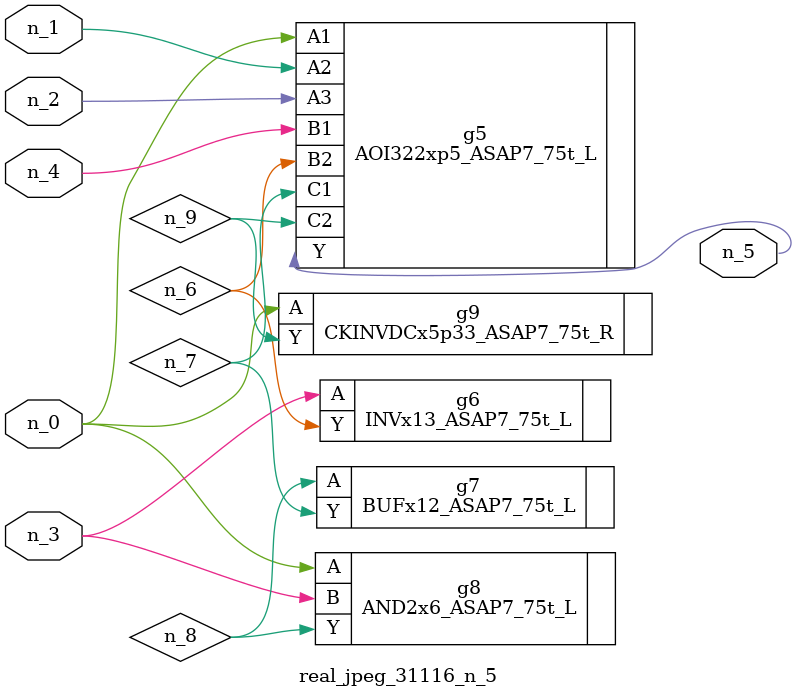
<source format=v>
module real_jpeg_31116_n_5 (n_4, n_0, n_1, n_2, n_3, n_5);

input n_4;
input n_0;
input n_1;
input n_2;
input n_3;

output n_5;

wire n_8;
wire n_6;
wire n_7;
wire n_9;

AOI322xp5_ASAP7_75t_L g5 ( 
.A1(n_0),
.A2(n_1),
.A3(n_2),
.B1(n_4),
.B2(n_6),
.C1(n_7),
.C2(n_9),
.Y(n_5)
);

AND2x6_ASAP7_75t_L g8 ( 
.A(n_0),
.B(n_3),
.Y(n_8)
);

CKINVDCx5p33_ASAP7_75t_R g9 ( 
.A(n_0),
.Y(n_9)
);

INVx13_ASAP7_75t_L g6 ( 
.A(n_3),
.Y(n_6)
);

BUFx12_ASAP7_75t_L g7 ( 
.A(n_8),
.Y(n_7)
);


endmodule
</source>
